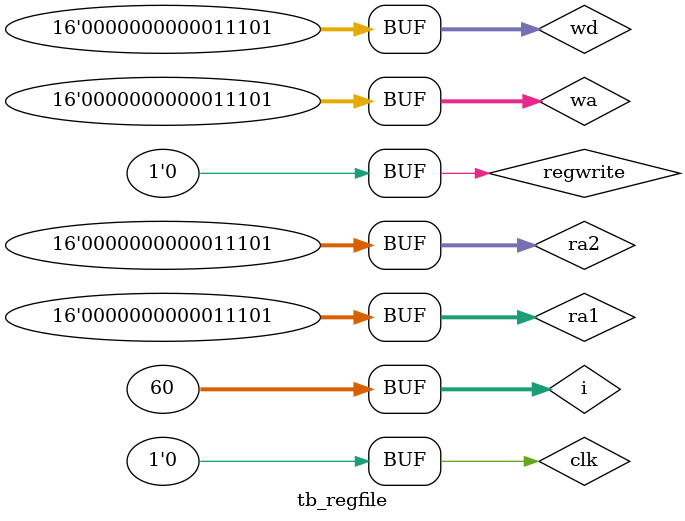
<source format=v>
`timescale 1ns / 1ps
module tb_regfile;
parameter WIDTH = 16, REGBITS = 16;
reg  clk; 
reg  regwrite; 
reg  [REGBITS-1:0] ra1, ra2, wa; 
reg  [WIDTH-1:0]   wd; 
wire [WIDTH-1:0]   rd1, rd2;
integer i;

regfile ff (clk, regwrite, ra1, ra2, wa, wd, rd1, rd2);

initial begin
clk = 0;
regwrite = 0;
ra1 = 0;
ra2 = 0;
wa = 0;
for (i = 0; i < 60; i = i + 1) begin
clk = ~clk;
if (i < 30) begin
regwrite = 1;
wa = i;
wd = i;
end
else begin
regwrite = 0;
ra1 = i - 30;
ra2 = i - 30;
end

#5;
end


end


endmodule 
</source>
